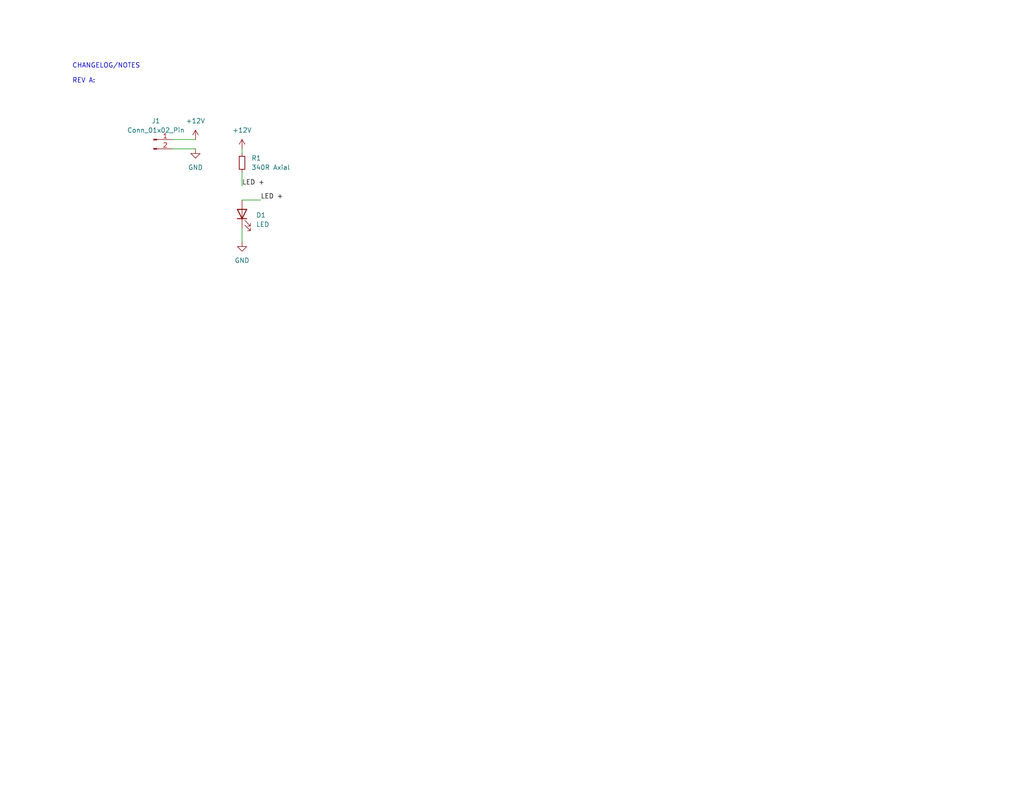
<source format=kicad_sch>
(kicad_sch (version 20230121) (generator eeschema)
  (paper "USLetter")
  (title_block (title "Main"))
  (lib_symbols
    (symbol "Connector:Conn_01x02_Pin" (pin_names (offset 1.016) hide)
      (property "Reference" "J" (at 0 2.54 0))
      (property "Value" "Conn_01x02_Pin" (at 0 -5.08 0))
      (symbol "Conn_01x02_Pin_1_1"
        (polyline (pts (xy 1.27 -2.54) (xy 0.8636 -2.54)) (stroke (width 0.1524)))
        (polyline (pts (xy 1.27 0) (xy 0.8636 0)) (stroke (width 0.1524)))
        (rectangle (start 0.8636 -2.413) (end 0 -2.667) (stroke (width 0.1524)) (fill (type outline)))
        (rectangle (start 0.8636 0.127) (end 0 -0.127) (stroke (width 0.1524)) (fill (type outline)))
        (pin passive line (at 5.08 0 180) (length 3.81) (name "Pin_1") (number "1"))
        (pin passive line (at 5.08 -2.54 180) (length 3.81) (name "Pin_2") (number "2"))
      )
    )
    (symbol "Device:LED" (pin_numbers hide) (pin_names (offset 1.016) hide)
      (property "Reference" "D" (at 0 2.54 0))
      (property "Value" "LED" (at 0 -2.54 0))
      (symbol "LED_0_1"
        (polyline (pts (xy -1.27 -1.27) (xy -1.27 1.27)) (stroke (width 0.254)))
        (polyline (pts (xy -1.27 0) (xy 1.27 0)))
        (polyline (pts (xy 1.27 -1.27) (xy 1.27 1.27) (xy -1.27 0) (xy 1.27 -1.27)) (stroke (width 0.254)))
        (polyline (pts (xy -3.048 -0.762) (xy -4.572 -2.286) (xy -3.81 -2.286) (xy -4.572 -2.286) (xy -4.572 -1.524)))
        (polyline (pts (xy -1.778 -0.762) (xy -3.302 -2.286) (xy -2.54 -2.286) (xy -3.302 -2.286) (xy -3.302 -1.524)))
      )
      (symbol "LED_1_1"
        (pin passive line (at -3.81 0 0) (length 2.54) (name "K") (number "1"))
        (pin passive line (at 3.81 0 180) (length 2.54) (name "A") (number "2"))
      )
    )
    (symbol "Device:R_Small" (pin_numbers hide) (pin_names (offset 0.254) hide)
      (property "Reference" "R" (at 0.762 0.508 0))
      (property "Value" "R_Small" (at 0.762 -1.016 0))
      (symbol "R_Small_0_1"
        (rectangle (start -0.762 1.778) (end 0.762 -1.778) (stroke (width 0.2032)))
      )
      (symbol "R_Small_1_1"
        (pin passive line (at 0 2.54 270) (length 0.762) (name "~") (number "1"))
        (pin passive line (at 0 -2.54 90) (length 0.762) (name "~") (number "2"))
      )
    )
    (symbol "power:+12V" (power) (pin_names (offset 0))
      (property "Value" "+12V" (at 0 3.556 0))
      (symbol "+12V_0_1"
        (polyline (pts (xy -0.762 1.27) (xy 0 2.54)))
        (polyline (pts (xy 0 0) (xy 0 2.54)))
        (polyline (pts (xy 0 2.54) (xy 0.762 1.27)))
      )
      (symbol "+12V_1_1"
        (pin power_in line (at 0 0 90) (length 0) hide (name "+12V") (number "1"))
      )
    )
    (symbol "power:GND" (power) (pin_names (offset 0))
      (property "Value" "GND" (at 0 -3.81 0))
      (symbol "GND_0_1"
        (polyline (pts (xy 0 0) (xy 0 -1.27) (xy 1.27 -1.27) (xy 0 -2.54) (xy -1.27 -1.27) (xy 0 -1.27)))
      )
      (symbol "GND_1_1"
        (pin power_in line (at 0 0 270) (length 0) hide (name "GND") (number "1"))
      )
    )
  )
  (wire (pts (xy 66.04 66.04) (xy 66.04 62.23)))
  (wire (pts (xy 53.34 40.64) (xy 46.99 40.64)))
  (wire (pts (xy 71.12 54.61) (xy 66.04 54.61)))
  (wire (pts (xy 66.04 40.64) (xy 66.04 41.91)))
  (wire (pts (xy 46.99 38.1) (xy 53.34 38.1)))
  (wire (pts (xy 66.04 50.8) (xy 66.04 46.99)))
  (text "CHANGELOG/NOTES\n\nREV A: " (at 19.685 22.86 0) (effects (font (size 1.27 1.27)) (justify left bottom)))
  (label "LED +" (at 66.04 50.8 0))
  (label "LED +" (at 71.12 54.61 0))
  (symbol (lib_id "power:+12V") (at 66.04 40.64 0) (unit 1)
    (property "Reference" "#PWR04" (effects hide))
    (property "Value" "+12V" (at 66.04 35.56 0))
  )
  (symbol (lib_id "power:GND") (at 66.04 66.04 0) (unit 1)
    (property "Reference" "#PWR03" (effects hide))
    (property "Value" "GND" (at 66.04 71.12 0))
  )
  (symbol (lib_id "Device:LED") (at 66.04 58.42 90) (unit 1)
    (property "Reference" "D1" (at 69.85 58.7375 90) (effects (justify right)))
    (property "Value" "LED" (at 69.85 61.2775 90) (effects (justify right)))
    (property "Footprint" "LED_SMD:LED_0603_1608Metric_Pad1.05x0.95mm_HandSolder" (effects hide))
    (property "Datasheet" "https://datasheet.ciiva.com/pdfs/VipMasterIC/IC/LITE/LITES10869/LITES10869-1.pdf" (effects hide))
    (property "Digikey PN" "160-1183-1-ND" (effects hide))
    (property "MPN" "LTST-C190GKT" (effects hide))
  )
  (symbol (lib_id "Connector:Conn_01x02_Pin") (at 41.91 38.1 0) (unit 1)
    (property "Reference" "J1" (at 42.545 33.02 0))
    (property "Value" "Conn_01x02_Pin" (at 42.545 35.56 0))
    (property "Footprint" "Library:B02B-XASK-1(LF)(SN)" (effects hide))
    (property "Datasheet" "https://pcb.mit.edu/labs/lab_01_KiCAD/eXH.pdf" (effects hide))
    (property "MPN" "B2B-XH-A" (effects hide))
    (property "Digikey PN" "455-B2B-XH-A-ND" (effects hide))
  )
  (symbol (lib_id "Device:R_Small") (at 66.04 44.45 0) (unit 1)
    (property "Reference" "R1" (at 68.58 43.18 0) (effects (justify left)))
    (property "Value" "340R Axial" (at 68.58 45.72 0) (effects (justify left)))
    (property "Footprint" "Library:340R Axial" (effects hide))
    (property "Datasheet" "https://www.digikey.com/en/products/detail/vishay-dale/CMF55340R00FHEB/1553961" (effects hide))
    (property "Digikey PN" "CMF340HFCT-ND" (effects hide))
    (property "MPN" "CMF55340R00FHEB" (effects hide))
  )
  (symbol (lib_id "power:GND") (at 53.34 40.64 0) (unit 1)
    (property "Reference" "#PWR02" (effects hide))
    (property "Value" "GND" (at 53.34 45.72 0))
  )
  (symbol (lib_id "power:+12V") (at 53.34 38.1 0) (unit 1)
    (property "Reference" "#PWR01" (effects hide))
    (property "Value" "+12V" (at 53.34 33.02 0))
  )
)
</source>
